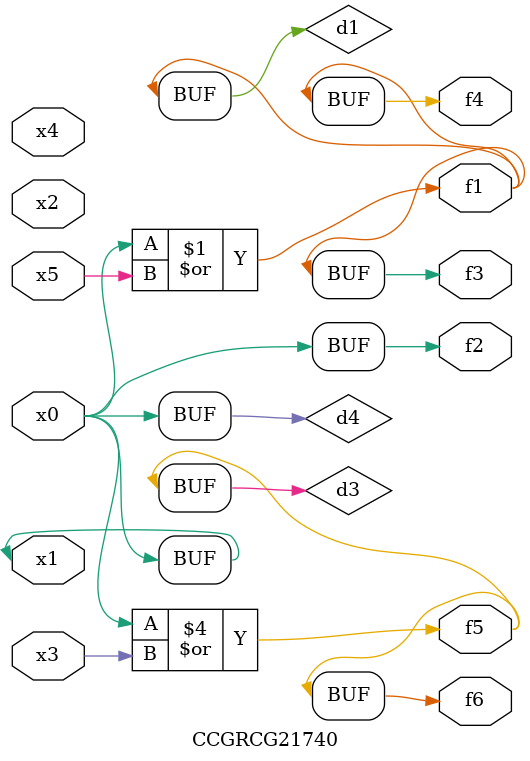
<source format=v>
module CCGRCG21740(
	input x0, x1, x2, x3, x4, x5,
	output f1, f2, f3, f4, f5, f6
);

	wire d1, d2, d3, d4;

	or (d1, x0, x5);
	xnor (d2, x1, x4);
	or (d3, x0, x3);
	buf (d4, x0, x1);
	assign f1 = d1;
	assign f2 = d4;
	assign f3 = d1;
	assign f4 = d1;
	assign f5 = d3;
	assign f6 = d3;
endmodule

</source>
